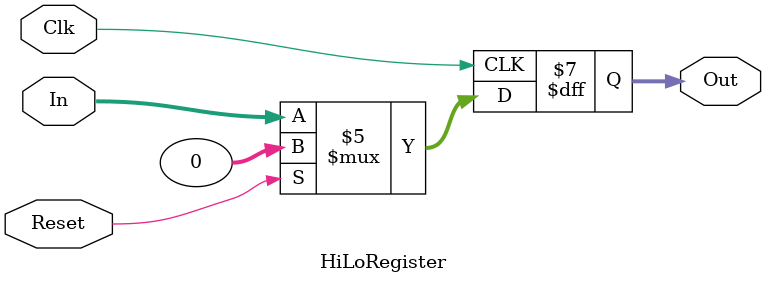
<source format=v>
`timescale 1ns / 1ps


module HiLoRegister(Clk, In, Reset,Out);
    input [31:0]In;
    input Clk, Reset;
    
    output reg [31:0] Out;
    
    initial begin
        Out <= 32'b0;
    end
    
    always@(posedge Clk)begin
        if(Reset == 1'b1) Out<=32'b0;
        else Out <= In;
    end
endmodule

</source>
